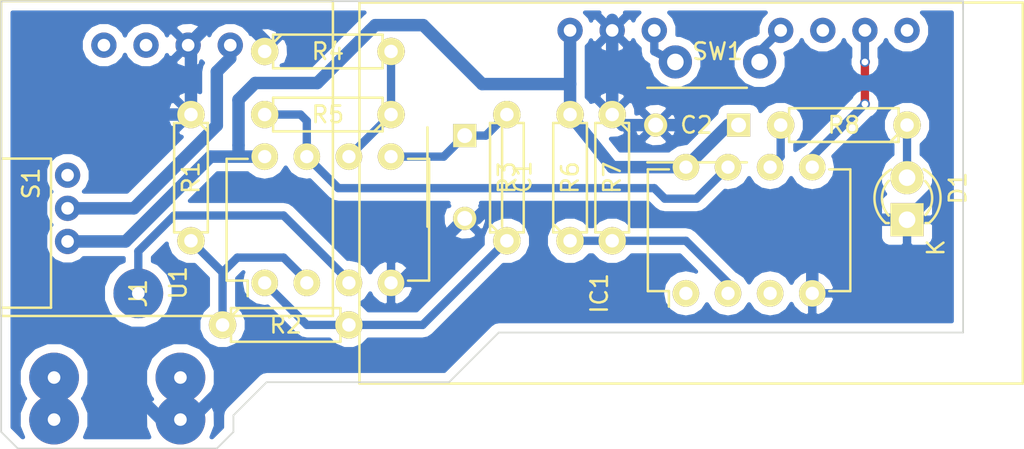
<source format=kicad_pcb>
(kicad_pcb (version 4) (host pcbnew 4.0.4-stable)

  (general
    (links 34)
    (no_connects 0)
    (area 114.784999 80.244999 176.935001 107.570001)
    (thickness 1.6)
    (drawings 12)
    (tracks 112)
    (zones 0)
    (modules 18)
    (nets 24)
  )

  (page A4)
  (layers
    (0 F.Cu signal)
    (31 B.Cu signal)
    (32 B.Adhes user)
    (33 F.Adhes user)
    (34 B.Paste user)
    (35 F.Paste user)
    (36 B.SilkS user)
    (37 F.SilkS user)
    (38 B.Mask user)
    (39 F.Mask user)
    (40 Dwgs.User user)
    (41 Cmts.User user)
    (42 Eco1.User user)
    (43 Eco2.User user)
    (44 Edge.Cuts user)
    (45 Margin user)
    (46 B.CrtYd user)
    (47 F.CrtYd user)
    (48 B.Fab user)
    (49 F.Fab user)
  )

  (setup
    (last_trace_width 0.5)
    (trace_clearance 0.2)
    (zone_clearance 0.508)
    (zone_45_only no)
    (trace_min 0.2)
    (segment_width 0.2)
    (edge_width 0.1)
    (via_size 0.6)
    (via_drill 0.4)
    (via_min_size 0.4)
    (via_min_drill 0.3)
    (uvia_size 0.3)
    (uvia_drill 0.1)
    (uvias_allowed no)
    (uvia_min_size 0.2)
    (uvia_min_drill 0.1)
    (pcb_text_width 0.3)
    (pcb_text_size 1.5 1.5)
    (mod_edge_width 0.15)
    (mod_text_size 1 1)
    (mod_text_width 0.15)
    (pad_size 1.5 1.5)
    (pad_drill 0.6)
    (pad_to_mask_clearance 0)
    (aux_axis_origin 115 107.5)
    (grid_origin 137 124)
    (visible_elements FFFFFF7F)
    (pcbplotparams
      (layerselection 0x00000_00000000)
      (usegerberextensions false)
      (excludeedgelayer true)
      (linewidth 0.100000)
      (plotframeref false)
      (viasonmask false)
      (mode 1)
      (useauxorigin true)
      (hpglpennumber 1)
      (hpglpenspeed 20)
      (hpglpendiameter 15)
      (hpglpenoverlay 2)
      (psnegative false)
      (psa4output false)
      (plotreference true)
      (plotvalue true)
      (plotinvisibletext false)
      (padsonsilk false)
      (subtractmaskfromsilk false)
      (outputformat 3)
      (mirror false)
      (drillshape 0)
      (scaleselection 1)
      (outputdirectory output/))
  )

  (net 0 "")
  (net 1 "Net-(C1-Pad1)")
  (net 2 GND)
  (net 3 "Net-(D1-Pad2)")
  (net 4 "Net-(IC1-Pad1)")
  (net 5 /BAT_LEVEL)
  (net 6 "Net-(IC1-Pad3)")
  (net 7 /KB_RX)
  (net 8 /LED)
  (net 9 "Net-(IC1-Pad7)")
  (net 10 VCC)
  (net 11 "Net-(J1-Pad2)")
  (net 12 "Net-(J1-Pad3)")
  (net 13 "Net-(J1-Pad4)")
  (net 14 "Net-(R1-Pad2)")
  (net 15 "Net-(R2-Pad2)")
  (net 16 "Net-(R4-Pad2)")
  (net 17 "Net-(S1-Pad2)")
  (net 18 "Net-(SW1-Pad2)")
  (net 19 "Net-(SW1-Pad1)")
  (net 20 "Net-(U2-Pad1)")
  (net 21 "Net-(U2-Pad2)")
  (net 22 "Net-(U3-Pad1)")
  (net 23 "Net-(U3-Pad3)")

  (net_class Default "This is the default net class."
    (clearance 0.2)
    (trace_width 0.5)
    (via_dia 0.6)
    (via_drill 0.4)
    (uvia_dia 0.3)
    (uvia_drill 0.1)
    (add_net /BAT_LEVEL)
    (add_net /KB_RX)
    (add_net /LED)
    (add_net "Net-(C1-Pad1)")
    (add_net "Net-(D1-Pad2)")
    (add_net "Net-(IC1-Pad1)")
    (add_net "Net-(IC1-Pad3)")
    (add_net "Net-(IC1-Pad7)")
    (add_net "Net-(J1-Pad2)")
    (add_net "Net-(J1-Pad3)")
    (add_net "Net-(J1-Pad4)")
    (add_net "Net-(R1-Pad2)")
    (add_net "Net-(R2-Pad2)")
    (add_net "Net-(R4-Pad2)")
    (add_net "Net-(SW1-Pad1)")
    (add_net "Net-(SW1-Pad2)")
    (add_net "Net-(U2-Pad1)")
    (add_net "Net-(U2-Pad2)")
    (add_net "Net-(U3-Pad1)")
    (add_net "Net-(U3-Pad3)")
  )

  (net_class Power ""
    (clearance 0.2)
    (trace_width 0.75)
    (via_dia 0.6)
    (via_drill 0.4)
    (uvia_dia 0.3)
    (uvia_drill 0.1)
    (add_net GND)
    (add_net "Net-(S1-Pad2)")
    (add_net VCC)
  )

  (module myfoot:PW_SW (layer F.Cu) (tedit 58C16B93) (tstamp 58C15F1F)
    (at 118.06 94.02 90)
    (path /58B70F87)
    (fp_text reference S1 (at 2.5 -1.2 90) (layer F.SilkS)
      (effects (font (size 1 1) (thickness 0.15)))
    )
    (fp_text value PW_SW (at -1.3 -1.2 90) (layer F.Fab)
      (effects (font (size 1 1) (thickness 0.15)))
    )
    (fp_line (start 4 0) (end -5 0) (layer F.SilkS) (width 0.15))
    (fp_line (start -5 0) (end -5 -3) (layer F.SilkS) (width 0.15))
    (fp_line (start -5 -3) (end 4 -3) (layer F.SilkS) (width 0.15))
    (fp_line (start 4 -3) (end 4 0) (layer F.SilkS) (width 0.15))
    (pad 1 thru_hole circle (at -1 1 90) (size 1.524 1.524) (drill 0.762) (layers *.Cu *.Mask)
      (net 10 VCC))
    (pad 2 thru_hole circle (at 1 1 90) (size 1.524 1.524) (drill 0.762) (layers *.Cu *.Mask)
      (net 17 "Net-(S1-Pad2)"))
    (pad 3 thru_hole circle (at 3 1 90) (size 1.524 1.524) (drill 0.762) (layers *.Cu *.Mask))
  )

  (module myfoot:Audio_Klinke (layer F.Cu) (tedit 58C168B8) (tstamp 58C15EA4)
    (at 123.325 103.235 180)
    (path /58C12EF7)
    (fp_text reference J1 (at 0 5.08 270) (layer F.SilkS)
      (effects (font (size 1 1) (thickness 0.15)))
    )
    (fp_text value JACK_TRS_4PINS (at 1.765 2.215 360) (layer F.Fab)
      (effects (font (size 1 1) (thickness 0.15)))
    )
    (pad 1 thru_hole circle (at -2.54 -2.54 180) (size 3 3) (drill 0.762) (layers *.Cu *.Mask)
      (net 2 GND))
    (pad 3 thru_hole circle (at 5.08 -2.54 180) (size 3 3) (drill 0.762) (layers *.Cu *.Mask)
      (net 12 "Net-(J1-Pad3)"))
    (pad 4 thru_hole circle (at -2.54 0 180) (size 3 3) (drill 0.762) (layers *.Cu *.Mask)
      (net 13 "Net-(J1-Pad4)"))
    (pad "" thru_hole circle (at 5.08 0 180) (size 3 3) (drill 0.762) (layers *.Cu *.Mask))
    (pad 2 thru_hole circle (at 0 5.08 180) (size 3 3) (drill 0.762) (layers *.Cu *.Mask)
      (net 11 "Net-(J1-Pad2)"))
  )

  (module myfoot:Bluefruit_EZ-KEY_HID (layer F.Cu) (tedit 58C163B1) (tstamp 58C15F57)
    (at 136.66 102.6)
    (path /58B6F84B)
    (fp_text reference U3 (at 20.32 -10.16 180) (layer F.SilkS) hide
      (effects (font (size 1 1) (thickness 0.15)))
    )
    (fp_text value BT_Tastatur (at 34.925 -0.635) (layer F.Fab)
      (effects (font (size 1 1) (thickness 0.15)))
    )
    (fp_line (start 0 1) (end 40 1) (layer F.SilkS) (width 0.15))
    (fp_line (start 40 1) (end 40 -22) (layer F.SilkS) (width 0.15))
    (fp_line (start 40 -22) (end 0 -22) (layer F.SilkS) (width 0.15))
    (fp_line (start 0 -22) (end 0 1) (layer F.SilkS) (width 0.15))
    (pad 1 thru_hole circle (at 33.02 -20.32) (size 1.524 1.524) (drill 0.762) (layers *.Cu *.Mask)
      (net 22 "Net-(U3-Pad1)"))
    (pad 2 thru_hole circle (at 30.48 -20.32) (size 1.524 1.524) (drill 0.762) (layers *.Cu *.Mask)
      (net 7 /KB_RX))
    (pad 3 thru_hole circle (at 27.94 -20.32) (size 1.524 1.524) (drill 0.762) (layers *.Cu *.Mask)
      (net 23 "Net-(U3-Pad3)"))
    (pad 4 thru_hole circle (at 25.4 -20.32) (size 1.524 1.524) (drill 0.762) (layers *.Cu *.Mask)
      (net 18 "Net-(SW1-Pad2)"))
    (pad 7 thru_hole circle (at 17.78 -20.32) (size 1.524 1.524) (drill 0.762) (layers *.Cu *.Mask)
      (net 19 "Net-(SW1-Pad1)"))
    (pad 8 thru_hole circle (at 15.24 -20.32) (size 1.524 1.524) (drill 0.762) (layers *.Cu *.Mask)
      (net 2 GND))
    (pad 9 thru_hole circle (at 12.7 -20.32) (size 1.524 1.524) (drill 0.762) (layers *.Cu *.Mask)
      (net 10 VCC))
  )

  (module Capacitors_ThroughHole:C_Disc_D6_P5 (layer F.Cu) (tedit 58C13BB1) (tstamp 58C15E73)
    (at 143.01 88.63 270)
    (descr "Capacitor 6mm Disc, Pitch 5mm")
    (tags Capacitor)
    (path /58B009F7)
    (fp_text reference C1 (at 2.5 -3.5 270) (layer F.SilkS)
      (effects (font (size 1 1) (thickness 0.15)))
    )
    (fp_text value 22nF (at 2.5 3.5 270) (layer F.Fab)
      (effects (font (size 1 1) (thickness 0.15)))
    )
    (fp_line (start -0.95 -2.5) (end 5.95 -2.5) (layer F.CrtYd) (width 0.05))
    (fp_line (start 5.95 -2.5) (end 5.95 2.5) (layer F.CrtYd) (width 0.05))
    (fp_line (start 5.95 2.5) (end -0.95 2.5) (layer F.CrtYd) (width 0.05))
    (fp_line (start -0.95 2.5) (end -0.95 -2.5) (layer F.CrtYd) (width 0.05))
    (fp_line (start -0.5 -2.25) (end 5.5 -2.25) (layer F.SilkS) (width 0.15))
    (fp_line (start 5.5 2.25) (end -0.5 2.25) (layer F.SilkS) (width 0.15))
    (pad 1 thru_hole rect (at 0 0 270) (size 1.4 1.4) (drill 0.9) (layers *.Cu *.Mask F.SilkS)
      (net 1 "Net-(C1-Pad1)"))
    (pad 2 thru_hole circle (at 5 0 270) (size 1.4 1.4) (drill 0.9) (layers *.Cu *.Mask F.SilkS)
      (net 2 GND))
    (model Capacitors_ThroughHole.3dshapes/C_Disc_D6_P5.wrl
      (at (xyz 0.0984252 0 0))
      (scale (xyz 1 1 1))
      (rotate (xyz 0 0 0))
    )
  )

  (module LEDs:LED-3MM (layer F.Cu) (tedit 58C13817) (tstamp 58C15E84)
    (at 169.68 93.71 90)
    (descr "LED 3mm round vertical")
    (tags "LED  3mm round vertical")
    (path /58BF1FED)
    (fp_text reference D1 (at 1.91 3.06 90) (layer F.SilkS)
      (effects (font (size 1 1) (thickness 0.15)))
    )
    (fp_text value LED (at -0.635 3.175 270) (layer F.Fab)
      (effects (font (size 1 1) (thickness 0.15)))
    )
    (fp_line (start -1.2 2.3) (end 3.8 2.3) (layer F.CrtYd) (width 0.05))
    (fp_line (start 3.8 2.3) (end 3.8 -2.2) (layer F.CrtYd) (width 0.05))
    (fp_line (start 3.8 -2.2) (end -1.2 -2.2) (layer F.CrtYd) (width 0.05))
    (fp_line (start -1.2 -2.2) (end -1.2 2.3) (layer F.CrtYd) (width 0.05))
    (fp_line (start -0.199 1.314) (end -0.199 1.114) (layer F.SilkS) (width 0.15))
    (fp_line (start -0.199 -1.28) (end -0.199 -1.1) (layer F.SilkS) (width 0.15))
    (fp_arc (start 1.301 0.034) (end -0.199 -1.286) (angle 108.5) (layer F.SilkS) (width 0.15))
    (fp_arc (start 1.301 0.034) (end 0.25 -1.1) (angle 85.7) (layer F.SilkS) (width 0.15))
    (fp_arc (start 1.311 0.034) (end 3.051 0.994) (angle 110) (layer F.SilkS) (width 0.15))
    (fp_arc (start 1.301 0.034) (end 2.335 1.094) (angle 87.5) (layer F.SilkS) (width 0.15))
    (fp_text user K (at -1.69 1.74 90) (layer F.SilkS)
      (effects (font (size 1 1) (thickness 0.15)))
    )
    (pad 1 thru_hole rect (at 0 0 180) (size 2 2) (drill 1.00076) (layers *.Cu *.Mask F.SilkS)
      (net 2 GND))
    (pad 2 thru_hole circle (at 2.54 0 90) (size 2 2) (drill 1.00076) (layers *.Cu *.Mask F.SilkS)
      (net 3 "Net-(D1-Pad2)"))
    (model LEDs.3dshapes/LED-3MM.wrl
      (at (xyz 0.05 0 0))
      (scale (xyz 1 1 1))
      (rotate (xyz 0 0 90))
    )
  )

  (module Housings_DIP:DIP-8_W7.62mm (layer F.Cu) (tedit 58C13EB4) (tstamp 58C15E9B)
    (at 156.345 98.155 90)
    (descr "8-lead dip package, row spacing 7.62 mm (300 mils)")
    (tags "dil dip 2.54 300")
    (path /58BF103D)
    (fp_text reference IC1 (at 0 -5.22 90) (layer F.SilkS)
      (effects (font (size 1 1) (thickness 0.15)))
    )
    (fp_text value ATTINY45-P (at 3.81 3.81 180) (layer F.Fab)
      (effects (font (size 1 1) (thickness 0.15)))
    )
    (fp_line (start -1.05 -2.45) (end -1.05 10.1) (layer F.CrtYd) (width 0.05))
    (fp_line (start 8.65 -2.45) (end 8.65 10.1) (layer F.CrtYd) (width 0.05))
    (fp_line (start -1.05 -2.45) (end 8.65 -2.45) (layer F.CrtYd) (width 0.05))
    (fp_line (start -1.05 10.1) (end 8.65 10.1) (layer F.CrtYd) (width 0.05))
    (fp_line (start 0.135 -2.295) (end 0.135 -1.025) (layer F.SilkS) (width 0.15))
    (fp_line (start 7.485 -2.295) (end 7.485 -1.025) (layer F.SilkS) (width 0.15))
    (fp_line (start 7.485 9.915) (end 7.485 8.645) (layer F.SilkS) (width 0.15))
    (fp_line (start 0.135 9.915) (end 0.135 8.645) (layer F.SilkS) (width 0.15))
    (fp_line (start 0.135 -2.295) (end 7.485 -2.295) (layer F.SilkS) (width 0.15))
    (fp_line (start 0.135 9.915) (end 7.485 9.915) (layer F.SilkS) (width 0.15))
    (fp_line (start 0.135 -1.025) (end -0.8 -1.025) (layer F.SilkS) (width 0.15))
    (pad 1 thru_hole oval (at 0 0 90) (size 1.6 1.6) (drill 0.8) (layers *.Cu *.Mask F.SilkS)
      (net 4 "Net-(IC1-Pad1)"))
    (pad 2 thru_hole oval (at 0 2.54 90) (size 1.6 1.6) (drill 0.8) (layers *.Cu *.Mask F.SilkS)
      (net 5 /BAT_LEVEL))
    (pad 3 thru_hole oval (at 0 5.08 90) (size 1.6 1.6) (drill 0.8) (layers *.Cu *.Mask F.SilkS)
      (net 6 "Net-(IC1-Pad3)"))
    (pad 4 thru_hole oval (at 0 7.62 90) (size 1.6 1.6) (drill 0.8) (layers *.Cu *.Mask F.SilkS)
      (net 2 GND))
    (pad 5 thru_hole oval (at 7.62 7.62 90) (size 1.6 1.6) (drill 0.8) (layers *.Cu *.Mask F.SilkS)
      (net 7 /KB_RX))
    (pad 6 thru_hole oval (at 7.62 5.08 90) (size 1.6 1.6) (drill 0.8) (layers *.Cu *.Mask F.SilkS)
      (net 8 /LED))
    (pad 7 thru_hole oval (at 7.62 2.54 90) (size 1.6 1.6) (drill 0.8) (layers *.Cu *.Mask F.SilkS)
      (net 9 "Net-(IC1-Pad7)"))
    (pad 8 thru_hole oval (at 7.62 0 90) (size 1.6 1.6) (drill 0.8) (layers *.Cu *.Mask F.SilkS)
      (net 10 VCC))
    (model Housings_DIP.3dshapes/DIP-8_W7.62mm.wrl
      (at (xyz 0 0 0))
      (scale (xyz 1 1 1))
      (rotate (xyz 0 0 0))
    )
  )

  (module Housings_DIP:DIP-8_W7.62mm (layer F.Cu) (tedit 58C13EAE) (tstamp 58C15F3E)
    (at 130.945 97.52 90)
    (descr "8-lead dip package, row spacing 7.62 mm (300 mils)")
    (tags "dil dip 2.54 300")
    (path /58B008F2)
    (fp_text reference U1 (at 0 -5.22 90) (layer F.SilkS)
      (effects (font (size 1 1) (thickness 0.15)))
    )
    (fp_text value LM358N (at 3.81 3.81 180) (layer F.Fab)
      (effects (font (size 1 1) (thickness 0.15)))
    )
    (fp_line (start -1.05 -2.45) (end -1.05 10.1) (layer F.CrtYd) (width 0.05))
    (fp_line (start 8.65 -2.45) (end 8.65 10.1) (layer F.CrtYd) (width 0.05))
    (fp_line (start -1.05 -2.45) (end 8.65 -2.45) (layer F.CrtYd) (width 0.05))
    (fp_line (start -1.05 10.1) (end 8.65 10.1) (layer F.CrtYd) (width 0.05))
    (fp_line (start 0.135 -2.295) (end 0.135 -1.025) (layer F.SilkS) (width 0.15))
    (fp_line (start 7.485 -2.295) (end 7.485 -1.025) (layer F.SilkS) (width 0.15))
    (fp_line (start 7.485 9.915) (end 7.485 8.645) (layer F.SilkS) (width 0.15))
    (fp_line (start 0.135 9.915) (end 0.135 8.645) (layer F.SilkS) (width 0.15))
    (fp_line (start 0.135 -2.295) (end 7.485 -2.295) (layer F.SilkS) (width 0.15))
    (fp_line (start 0.135 9.915) (end 7.485 9.915) (layer F.SilkS) (width 0.15))
    (fp_line (start 0.135 -1.025) (end -0.8 -1.025) (layer F.SilkS) (width 0.15))
    (pad 1 thru_hole oval (at 0 0 90) (size 1.6 1.6) (drill 0.8) (layers *.Cu *.Mask F.SilkS)
      (net 15 "Net-(R2-Pad2)"))
    (pad 2 thru_hole oval (at 0 2.54 90) (size 1.6 1.6) (drill 0.8) (layers *.Cu *.Mask F.SilkS)
      (net 14 "Net-(R1-Pad2)"))
    (pad 3 thru_hole oval (at 0 5.08 90) (size 1.6 1.6) (drill 0.8) (layers *.Cu *.Mask F.SilkS)
      (net 11 "Net-(J1-Pad2)"))
    (pad 4 thru_hole oval (at 0 7.62 90) (size 1.6 1.6) (drill 0.8) (layers *.Cu *.Mask F.SilkS)
      (net 2 GND))
    (pad 5 thru_hole oval (at 7.62 7.62 90) (size 1.6 1.6) (drill 0.8) (layers *.Cu *.Mask F.SilkS)
      (net 1 "Net-(C1-Pad1)"))
    (pad 6 thru_hole oval (at 7.62 5.08 90) (size 1.6 1.6) (drill 0.8) (layers *.Cu *.Mask F.SilkS)
      (net 16 "Net-(R4-Pad2)"))
    (pad 7 thru_hole oval (at 7.62 2.54 90) (size 1.6 1.6) (drill 0.8) (layers *.Cu *.Mask F.SilkS)
      (net 9 "Net-(IC1-Pad7)"))
    (pad 8 thru_hole oval (at 7.62 0 90) (size 1.6 1.6) (drill 0.8) (layers *.Cu *.Mask F.SilkS)
      (net 10 VCC))
    (model Housings_DIP.3dshapes/DIP-8_W7.62mm.wrl
      (at (xyz 0 0 0))
      (scale (xyz 1 1 1))
      (rotate (xyz 0 0 0))
    )
  )

  (module myfoot:LiPoCharger (layer F.Cu) (tedit 58C16B7A) (tstamp 58C15F48)
    (at 125.06 89.52)
    (path /58B6EA1A)
    (fp_text reference U2 (at 0 2.54) (layer F.SilkS) hide
      (effects (font (size 1 1) (thickness 0.15)))
    )
    (fp_text value LipoCharger (at -8.8 -4.2 90) (layer F.Fab)
      (effects (font (size 1 1) (thickness 0.15)))
    )
    (fp_line (start -10 10) (end 10 10) (layer F.SilkS) (width 0.15))
    (fp_line (start 10 10) (end 10 -9) (layer F.SilkS) (width 0.15))
    (fp_line (start 10 -9) (end -10 -9) (layer F.SilkS) (width 0.15))
    (fp_line (start -10 -9) (end -10 10) (layer F.SilkS) (width 0.15))
    (pad 1 thru_hole circle (at -3.81 -6.35) (size 1.524 1.524) (drill 0.762) (layers *.Cu *.Mask)
      (net 20 "Net-(U2-Pad1)"))
    (pad 2 thru_hole circle (at -1.27 -6.35) (size 1.524 1.524) (drill 0.762) (layers *.Cu *.Mask)
      (net 21 "Net-(U2-Pad2)"))
    (pad 3 thru_hole circle (at 1.27 -6.35) (size 1.524 1.524) (drill 0.762) (layers *.Cu *.Mask)
      (net 2 GND))
    (pad 4 thru_hole circle (at 3.81 -6.35) (size 1.524 1.524) (drill 0.762) (layers *.Cu *.Mask)
      (net 17 "Net-(S1-Pad2)"))
  )

  (module Capacitors_ThroughHole:C_Disc_D6_P5 (layer F.Cu) (tedit 58C163BB) (tstamp 58C179EB)
    (at 159.52 87.995 180)
    (descr "Capacitor 6mm Disc, Pitch 5mm")
    (tags Capacitor)
    (path /58C138CC)
    (fp_text reference C2 (at 2.54 0 180) (layer F.SilkS)
      (effects (font (size 1 1) (thickness 0.15)))
    )
    (fp_text value 100nF (at 2.54 1.27 180) (layer F.Fab)
      (effects (font (size 1 1) (thickness 0.15)))
    )
    (fp_line (start -0.95 -2.5) (end 5.95 -2.5) (layer F.CrtYd) (width 0.05))
    (fp_line (start 5.95 -2.5) (end 5.95 2.5) (layer F.CrtYd) (width 0.05))
    (fp_line (start 5.95 2.5) (end -0.95 2.5) (layer F.CrtYd) (width 0.05))
    (fp_line (start -0.95 2.5) (end -0.95 -2.5) (layer F.CrtYd) (width 0.05))
    (fp_line (start -0.5 -2.25) (end 5.5 -2.25) (layer F.SilkS) (width 0.15))
    (fp_line (start 5.5 2.25) (end -0.5 2.25) (layer F.SilkS) (width 0.15))
    (pad 1 thru_hole rect (at 0 0 180) (size 1.4 1.4) (drill 0.9) (layers *.Cu *.Mask F.SilkS)
      (net 10 VCC))
    (pad 2 thru_hole circle (at 5 0 180) (size 1.4 1.4) (drill 0.9) (layers *.Cu *.Mask F.SilkS)
      (net 2 GND))
    (model Capacitors_ThroughHole.3dshapes/C_Disc_D6_P5.wrl
      (at (xyz 0.0984252 0 0))
      (scale (xyz 1 1 1))
      (rotate (xyz 0 0 0))
    )
  )

  (module myfoot:PUSH_SW (layer F.Cu) (tedit 58C163A6) (tstamp 58C15F27)
    (at 158.25 86.725)
    (path /58BF27CB)
    (fp_text reference SW1 (at 0 -3.175) (layer F.SilkS)
      (effects (font (size 1 1) (thickness 0.15)))
    )
    (fp_text value PAIRING (at 0 -4.445) (layer F.Fab)
      (effects (font (size 1 1) (thickness 0.15)))
    )
    (pad 2 thru_hole circle (at 2.54 -2.54) (size 2 2) (drill 1) (layers *.Cu *.Mask)
      (net 18 "Net-(SW1-Pad2)"))
    (pad 1 thru_hole circle (at -2.54 -2.54) (size 2 2) (drill 1) (layers *.Cu *.Mask)
      (net 19 "Net-(SW1-Pad1)"))
  )

  (module Discret:R3-LARGE_PADS (layer F.Cu) (tedit 0) (tstamp 58C15EC0)
    (at 132.215 100.06)
    (descr "Resitance 3 pas")
    (tags R)
    (path /58BD71DD)
    (fp_text reference R2 (at 0 0) (layer F.SilkS)
      (effects (font (size 1 1) (thickness 0.15)))
    )
    (fp_text value 10k (at 0 0) (layer F.Fab)
      (effects (font (size 1 1) (thickness 0.15)))
    )
    (fp_line (start -3.81 0) (end -3.302 0) (layer F.SilkS) (width 0.15))
    (fp_line (start 3.81 0) (end 3.302 0) (layer F.SilkS) (width 0.15))
    (fp_line (start 3.302 0) (end 3.302 -1.016) (layer F.SilkS) (width 0.15))
    (fp_line (start 3.302 -1.016) (end -3.302 -1.016) (layer F.SilkS) (width 0.15))
    (fp_line (start -3.302 -1.016) (end -3.302 1.016) (layer F.SilkS) (width 0.15))
    (fp_line (start -3.302 1.016) (end 3.302 1.016) (layer F.SilkS) (width 0.15))
    (fp_line (start 3.302 1.016) (end 3.302 0) (layer F.SilkS) (width 0.15))
    (fp_line (start -3.302 -0.508) (end -2.794 -1.016) (layer F.SilkS) (width 0.15))
    (pad 1 thru_hole circle (at -3.81 0) (size 1.651 1.651) (drill 0.8128) (layers *.Cu *.Mask F.SilkS)
      (net 14 "Net-(R1-Pad2)"))
    (pad 2 thru_hole circle (at 3.81 0) (size 1.651 1.651) (drill 0.8128) (layers *.Cu *.Mask F.SilkS)
      (net 15 "Net-(R2-Pad2)"))
    (model Discret.3dshapes/R3-LARGE_PADS.wrl
      (at (xyz 0 0 0))
      (scale (xyz 0.3 0.3 0.3))
      (rotate (xyz 0 0 0))
    )
  )

  (module Discret:R3-LARGE_PADS (layer F.Cu) (tedit 0) (tstamp 58C15EB2)
    (at 126.5 91.17 270)
    (descr "Resitance 3 pas")
    (tags R)
    (path /58BD7351)
    (fp_text reference R1 (at 0 0 270) (layer F.SilkS)
      (effects (font (size 1 1) (thickness 0.15)))
    )
    (fp_text value 10k (at 0 0 270) (layer F.Fab)
      (effects (font (size 1 1) (thickness 0.15)))
    )
    (fp_line (start -3.81 0) (end -3.302 0) (layer F.SilkS) (width 0.15))
    (fp_line (start 3.81 0) (end 3.302 0) (layer F.SilkS) (width 0.15))
    (fp_line (start 3.302 0) (end 3.302 -1.016) (layer F.SilkS) (width 0.15))
    (fp_line (start 3.302 -1.016) (end -3.302 -1.016) (layer F.SilkS) (width 0.15))
    (fp_line (start -3.302 -1.016) (end -3.302 1.016) (layer F.SilkS) (width 0.15))
    (fp_line (start -3.302 1.016) (end 3.302 1.016) (layer F.SilkS) (width 0.15))
    (fp_line (start 3.302 1.016) (end 3.302 0) (layer F.SilkS) (width 0.15))
    (fp_line (start -3.302 -0.508) (end -2.794 -1.016) (layer F.SilkS) (width 0.15))
    (pad 1 thru_hole circle (at -3.81 0 270) (size 1.651 1.651) (drill 0.8128) (layers *.Cu *.Mask F.SilkS)
      (net 2 GND))
    (pad 2 thru_hole circle (at 3.81 0 270) (size 1.651 1.651) (drill 0.8128) (layers *.Cu *.Mask F.SilkS)
      (net 14 "Net-(R1-Pad2)"))
    (model Discret.3dshapes/R3-LARGE_PADS.wrl
      (at (xyz 0 0 0))
      (scale (xyz 0.3 0.3 0.3))
      (rotate (xyz 0 0 0))
    )
  )

  (module Discret:R3-LARGE_PADS (layer F.Cu) (tedit 0) (tstamp 58C15EEA)
    (at 134.755 87.36 180)
    (descr "Resitance 3 pas")
    (tags R)
    (path /58B00C29)
    (fp_text reference R5 (at 0 0 180) (layer F.SilkS)
      (effects (font (size 1 1) (thickness 0.15)))
    )
    (fp_text value 10k (at 0 0 180) (layer F.Fab)
      (effects (font (size 1 1) (thickness 0.15)))
    )
    (fp_line (start -3.81 0) (end -3.302 0) (layer F.SilkS) (width 0.15))
    (fp_line (start 3.81 0) (end 3.302 0) (layer F.SilkS) (width 0.15))
    (fp_line (start 3.302 0) (end 3.302 -1.016) (layer F.SilkS) (width 0.15))
    (fp_line (start 3.302 -1.016) (end -3.302 -1.016) (layer F.SilkS) (width 0.15))
    (fp_line (start -3.302 -1.016) (end -3.302 1.016) (layer F.SilkS) (width 0.15))
    (fp_line (start -3.302 1.016) (end 3.302 1.016) (layer F.SilkS) (width 0.15))
    (fp_line (start 3.302 1.016) (end 3.302 0) (layer F.SilkS) (width 0.15))
    (fp_line (start -3.302 -0.508) (end -2.794 -1.016) (layer F.SilkS) (width 0.15))
    (pad 1 thru_hole circle (at -3.81 0 180) (size 1.651 1.651) (drill 0.8128) (layers *.Cu *.Mask F.SilkS)
      (net 16 "Net-(R4-Pad2)"))
    (pad 2 thru_hole circle (at 3.81 0 180) (size 1.651 1.651) (drill 0.8128) (layers *.Cu *.Mask F.SilkS)
      (net 9 "Net-(IC1-Pad7)"))
    (model Discret.3dshapes/R3-LARGE_PADS.wrl
      (at (xyz 0 0 0))
      (scale (xyz 0.3 0.3 0.3))
      (rotate (xyz 0 0 0))
    )
  )

  (module Discret:R3-LARGE_PADS (layer F.Cu) (tedit 0) (tstamp 58C15EDC)
    (at 134.755 83.55)
    (descr "Resitance 3 pas")
    (tags R)
    (path /58B00B8E)
    (fp_text reference R4 (at 0 0) (layer F.SilkS)
      (effects (font (size 1 1) (thickness 0.15)))
    )
    (fp_text value 1k (at 0 0) (layer F.Fab)
      (effects (font (size 1 1) (thickness 0.15)))
    )
    (fp_line (start -3.81 0) (end -3.302 0) (layer F.SilkS) (width 0.15))
    (fp_line (start 3.81 0) (end 3.302 0) (layer F.SilkS) (width 0.15))
    (fp_line (start 3.302 0) (end 3.302 -1.016) (layer F.SilkS) (width 0.15))
    (fp_line (start 3.302 -1.016) (end -3.302 -1.016) (layer F.SilkS) (width 0.15))
    (fp_line (start -3.302 -1.016) (end -3.302 1.016) (layer F.SilkS) (width 0.15))
    (fp_line (start -3.302 1.016) (end 3.302 1.016) (layer F.SilkS) (width 0.15))
    (fp_line (start 3.302 1.016) (end 3.302 0) (layer F.SilkS) (width 0.15))
    (fp_line (start -3.302 -0.508) (end -2.794 -1.016) (layer F.SilkS) (width 0.15))
    (pad 1 thru_hole circle (at -3.81 0) (size 1.651 1.651) (drill 0.8128) (layers *.Cu *.Mask F.SilkS)
      (net 2 GND))
    (pad 2 thru_hole circle (at 3.81 0) (size 1.651 1.651) (drill 0.8128) (layers *.Cu *.Mask F.SilkS)
      (net 16 "Net-(R4-Pad2)"))
    (model Discret.3dshapes/R3-LARGE_PADS.wrl
      (at (xyz 0 0 0))
      (scale (xyz 0.3 0.3 0.3))
      (rotate (xyz 0 0 0))
    )
  )

  (module Discret:R3-LARGE_PADS (layer F.Cu) (tedit 0) (tstamp 58C15ECE)
    (at 145.55 91.17 90)
    (descr "Resitance 3 pas")
    (tags R)
    (path /58B0097A)
    (fp_text reference R3 (at 0 0 90) (layer F.SilkS)
      (effects (font (size 1 1) (thickness 0.15)))
    )
    (fp_text value 4,7k (at 0 0 90) (layer F.Fab)
      (effects (font (size 1 1) (thickness 0.15)))
    )
    (fp_line (start -3.81 0) (end -3.302 0) (layer F.SilkS) (width 0.15))
    (fp_line (start 3.81 0) (end 3.302 0) (layer F.SilkS) (width 0.15))
    (fp_line (start 3.302 0) (end 3.302 -1.016) (layer F.SilkS) (width 0.15))
    (fp_line (start 3.302 -1.016) (end -3.302 -1.016) (layer F.SilkS) (width 0.15))
    (fp_line (start -3.302 -1.016) (end -3.302 1.016) (layer F.SilkS) (width 0.15))
    (fp_line (start -3.302 1.016) (end 3.302 1.016) (layer F.SilkS) (width 0.15))
    (fp_line (start 3.302 1.016) (end 3.302 0) (layer F.SilkS) (width 0.15))
    (fp_line (start -3.302 -0.508) (end -2.794 -1.016) (layer F.SilkS) (width 0.15))
    (pad 1 thru_hole circle (at -3.81 0 90) (size 1.651 1.651) (drill 0.8128) (layers *.Cu *.Mask F.SilkS)
      (net 15 "Net-(R2-Pad2)"))
    (pad 2 thru_hole circle (at 3.81 0 90) (size 1.651 1.651) (drill 0.8128) (layers *.Cu *.Mask F.SilkS)
      (net 1 "Net-(C1-Pad1)"))
    (model Discret.3dshapes/R3-LARGE_PADS.wrl
      (at (xyz 0 0 0))
      (scale (xyz 0.3 0.3 0.3))
      (rotate (xyz 0 0 0))
    )
  )

  (module Discret:R3-LARGE_PADS (layer F.Cu) (tedit 0) (tstamp 58C15F06)
    (at 151.9 91.17 270)
    (descr "Resitance 3 pas")
    (tags R)
    (path /58BF1501)
    (fp_text reference R7 (at 0 0 270) (layer F.SilkS)
      (effects (font (size 1 1) (thickness 0.15)))
    )
    (fp_text value 10k (at 0 0 270) (layer F.Fab)
      (effects (font (size 1 1) (thickness 0.15)))
    )
    (fp_line (start -3.81 0) (end -3.302 0) (layer F.SilkS) (width 0.15))
    (fp_line (start 3.81 0) (end 3.302 0) (layer F.SilkS) (width 0.15))
    (fp_line (start 3.302 0) (end 3.302 -1.016) (layer F.SilkS) (width 0.15))
    (fp_line (start 3.302 -1.016) (end -3.302 -1.016) (layer F.SilkS) (width 0.15))
    (fp_line (start -3.302 -1.016) (end -3.302 1.016) (layer F.SilkS) (width 0.15))
    (fp_line (start -3.302 1.016) (end 3.302 1.016) (layer F.SilkS) (width 0.15))
    (fp_line (start 3.302 1.016) (end 3.302 0) (layer F.SilkS) (width 0.15))
    (fp_line (start -3.302 -0.508) (end -2.794 -1.016) (layer F.SilkS) (width 0.15))
    (pad 1 thru_hole circle (at -3.81 0 270) (size 1.651 1.651) (drill 0.8128) (layers *.Cu *.Mask F.SilkS)
      (net 2 GND))
    (pad 2 thru_hole circle (at 3.81 0 270) (size 1.651 1.651) (drill 0.8128) (layers *.Cu *.Mask F.SilkS)
      (net 5 /BAT_LEVEL))
    (model Discret.3dshapes/R3-LARGE_PADS.wrl
      (at (xyz 0 0 0))
      (scale (xyz 0.3 0.3 0.3))
      (rotate (xyz 0 0 0))
    )
  )

  (module Discret:R3-LARGE_PADS (layer F.Cu) (tedit 0) (tstamp 58C15EF8)
    (at 149.36 91.17 90)
    (descr "Resitance 3 pas")
    (tags R)
    (path /58BF1441)
    (fp_text reference R6 (at 0 0 90) (layer F.SilkS)
      (effects (font (size 1 1) (thickness 0.15)))
    )
    (fp_text value 33k (at 0 0 90) (layer F.Fab)
      (effects (font (size 1 1) (thickness 0.15)))
    )
    (fp_line (start -3.81 0) (end -3.302 0) (layer F.SilkS) (width 0.15))
    (fp_line (start 3.81 0) (end 3.302 0) (layer F.SilkS) (width 0.15))
    (fp_line (start 3.302 0) (end 3.302 -1.016) (layer F.SilkS) (width 0.15))
    (fp_line (start 3.302 -1.016) (end -3.302 -1.016) (layer F.SilkS) (width 0.15))
    (fp_line (start -3.302 -1.016) (end -3.302 1.016) (layer F.SilkS) (width 0.15))
    (fp_line (start -3.302 1.016) (end 3.302 1.016) (layer F.SilkS) (width 0.15))
    (fp_line (start 3.302 1.016) (end 3.302 0) (layer F.SilkS) (width 0.15))
    (fp_line (start -3.302 -0.508) (end -2.794 -1.016) (layer F.SilkS) (width 0.15))
    (pad 1 thru_hole circle (at -3.81 0 90) (size 1.651 1.651) (drill 0.8128) (layers *.Cu *.Mask F.SilkS)
      (net 5 /BAT_LEVEL))
    (pad 2 thru_hole circle (at 3.81 0 90) (size 1.651 1.651) (drill 0.8128) (layers *.Cu *.Mask F.SilkS)
      (net 10 VCC))
    (model Discret.3dshapes/R3-LARGE_PADS.wrl
      (at (xyz 0 0 0))
      (scale (xyz 0.3 0.3 0.3))
      (rotate (xyz 0 0 0))
    )
  )

  (module Discret:R3-LARGE_PADS (layer F.Cu) (tedit 0) (tstamp 58C15F14)
    (at 165.87 87.995 180)
    (descr "Resitance 3 pas")
    (tags R)
    (path /58BF2077)
    (fp_text reference R8 (at 0 0 180) (layer F.SilkS)
      (effects (font (size 1 1) (thickness 0.15)))
    )
    (fp_text value 100 (at 0 0 180) (layer F.Fab)
      (effects (font (size 1 1) (thickness 0.15)))
    )
    (fp_line (start -3.81 0) (end -3.302 0) (layer F.SilkS) (width 0.15))
    (fp_line (start 3.81 0) (end 3.302 0) (layer F.SilkS) (width 0.15))
    (fp_line (start 3.302 0) (end 3.302 -1.016) (layer F.SilkS) (width 0.15))
    (fp_line (start 3.302 -1.016) (end -3.302 -1.016) (layer F.SilkS) (width 0.15))
    (fp_line (start -3.302 -1.016) (end -3.302 1.016) (layer F.SilkS) (width 0.15))
    (fp_line (start -3.302 1.016) (end 3.302 1.016) (layer F.SilkS) (width 0.15))
    (fp_line (start 3.302 1.016) (end 3.302 0) (layer F.SilkS) (width 0.15))
    (fp_line (start -3.302 -0.508) (end -2.794 -1.016) (layer F.SilkS) (width 0.15))
    (pad 1 thru_hole circle (at -3.81 0 180) (size 1.651 1.651) (drill 0.8128) (layers *.Cu *.Mask F.SilkS)
      (net 3 "Net-(D1-Pad2)"))
    (pad 2 thru_hole circle (at 3.81 0 180) (size 1.651 1.651) (drill 0.8128) (layers *.Cu *.Mask F.SilkS)
      (net 8 /LED))
    (model Discret.3dshapes/R3-LARGE_PADS.wrl
      (at (xyz 0 0 0))
      (scale (xyz 0.3 0.3 0.3))
      (rotate (xyz 0 0 0))
    )
  )

  (gr_line (start 128.06 107.52) (end 116.06 107.52) (angle 90) (layer Edge.Cuts) (width 0.1))
  (gr_line (start 129.06 106.52) (end 129.06 105.52) (angle 90) (layer Edge.Cuts) (width 0.1))
  (gr_line (start 128.06 107.52) (end 129.06 106.52) (angle 90) (layer Edge.Cuts) (width 0.1))
  (gr_line (start 173.06 80.52) (end 173.06 81.02) (angle 90) (layer Edge.Cuts) (width 0.1))
  (gr_line (start 115.06 80.52) (end 173.06 80.52) (angle 90) (layer Edge.Cuts) (width 0.1))
  (gr_line (start 115.06 106.52) (end 115.06 80.52) (angle 90) (layer Edge.Cuts) (width 0.1))
  (gr_line (start 116.06 107.52) (end 115.06 106.52) (angle 90) (layer Edge.Cuts) (width 0.1))
  (gr_line (start 131.06 103.52) (end 129.06 105.52) (angle 90) (layer Edge.Cuts) (width 0.1))
  (gr_line (start 142.06 103.52) (end 131.06 103.52) (angle 90) (layer Edge.Cuts) (width 0.1))
  (gr_line (start 145.06 100.52) (end 142.06 103.52) (angle 90) (layer Edge.Cuts) (width 0.1))
  (gr_line (start 173.06 100.52) (end 145.06 100.52) (angle 90) (layer Edge.Cuts) (width 0.1))
  (gr_line (start 173.06 80.52) (end 173.06 100.52) (angle 90) (layer Edge.Cuts) (width 0.1))

  (segment (start 143.01 88.63) (end 144.28 88.63) (width 0.5) (layer B.Cu) (net 1))
  (segment (start 144.28 88.63) (end 145.55 87.36) (width 0.5) (layer B.Cu) (net 1) (tstamp 58C46E78))
  (segment (start 143.01 88.63) (end 141.74 89.9) (width 0.5) (layer B.Cu) (net 1))
  (segment (start 141.74 89.9) (end 138.565 89.9) (width 0.5) (layer B.Cu) (net 1) (tstamp 58C46DEC))
  (segment (start 126.5 87.36) (end 120.42 87.36) (width 0.75) (layer B.Cu) (net 2))
  (segment (start 117.46 98.52) (end 124.715 105.775) (width 0.75) (layer B.Cu) (net 2) (tstamp 58C47211) (status 20))
  (segment (start 117.46 90.32) (end 117.46 98.52) (width 0.75) (layer B.Cu) (net 2) (tstamp 58C47210))
  (segment (start 120.42 87.36) (end 117.46 90.32) (width 0.75) (layer B.Cu) (net 2) (tstamp 58C4720E))
  (segment (start 124.715 105.775) (end 125.865 105.775) (width 0.75) (layer B.Cu) (net 2) (tstamp 58C47213) (status 30))
  (segment (start 130.945 83.55) (end 130.945 82.905) (width 0.75) (layer B.Cu) (net 2))
  (segment (start 130.945 82.905) (end 129.56 81.52) (width 0.75) (layer B.Cu) (net 2) (tstamp 58C4716A))
  (segment (start 129.56 81.52) (end 127.98 81.52) (width 0.75) (layer B.Cu) (net 2) (tstamp 58C4716B))
  (segment (start 127.98 81.52) (end 126.5 83) (width 0.75) (layer B.Cu) (net 2) (tstamp 58C4716C))
  (segment (start 126.5 83) (end 126.5 87.36) (width 0.75) (layer B.Cu) (net 2) (tstamp 58C4716D))
  (segment (start 154.52 87.995) (end 156.345 87.995) (width 0.75) (layer B.Cu) (net 2))
  (segment (start 171.585 91.805) (end 169.68 93.71) (width 0.75) (layer B.Cu) (net 2) (tstamp 58C46FC2))
  (segment (start 171.585 87.36) (end 171.585 91.805) (width 0.75) (layer B.Cu) (net 2) (tstamp 58C46FC1))
  (segment (start 169.68 85.455) (end 171.585 87.36) (width 0.75) (layer B.Cu) (net 2) (tstamp 58C46FC0))
  (segment (start 165.87 85.455) (end 169.68 85.455) (width 0.75) (layer B.Cu) (net 2) (tstamp 58C46FBF))
  (segment (start 165.235 86.09) (end 165.87 85.455) (width 0.75) (layer B.Cu) (net 2) (tstamp 58C46FBE))
  (segment (start 158.25 86.09) (end 165.235 86.09) (width 0.75) (layer B.Cu) (net 2) (tstamp 58C46FBD))
  (segment (start 156.345 87.995) (end 158.25 86.09) (width 0.75) (layer B.Cu) (net 2) (tstamp 58C46FBC))
  (segment (start 163.965 93.71) (end 169.68 93.71) (width 0.75) (layer B.Cu) (net 2))
  (segment (start 129.675 102.6) (end 130.31 101.965) (width 0.75) (layer B.Cu) (net 2))
  (segment (start 130.31 101.965) (end 141.105 101.965) (width 0.75) (layer B.Cu) (net 2) (tstamp 58C46F79))
  (segment (start 125.865 105.775) (end 126.5 105.775) (width 0.75) (layer B.Cu) (net 2) (status 30))
  (segment (start 126.5 105.775) (end 129.675 102.6) (width 0.75) (layer B.Cu) (net 2) (tstamp 58C46F50) (status 10))
  (segment (start 147.455 95.615) (end 147.455 93.075) (width 0.75) (layer B.Cu) (net 2) (tstamp 58C46F55))
  (segment (start 141.105 101.965) (end 147.455 95.615) (width 0.75) (layer B.Cu) (net 2) (tstamp 58C46F7C))
  (segment (start 151.9 82.28) (end 151.9 81.645) (width 0.75) (layer B.Cu) (net 2) (status 30))
  (segment (start 163.965 98.155) (end 163.965 93.71) (width 0.75) (layer B.Cu) (net 2))
  (segment (start 163.965 93.71) (end 154.44 93.71) (width 0.75) (layer B.Cu) (net 2) (tstamp 58C46ECF))
  (segment (start 143.01 93.63) (end 143.725 93.63) (width 0.75) (layer B.Cu) (net 2))
  (segment (start 143.725 93.63) (end 144.28 93.075) (width 0.75) (layer B.Cu) (net 2) (tstamp 58C46E83))
  (segment (start 144.28 93.075) (end 147.455 93.075) (width 0.75) (layer B.Cu) (net 2) (tstamp 58C46E84))
  (segment (start 147.455 93.075) (end 153.805 93.075) (width 0.75) (layer B.Cu) (net 2) (tstamp 58C46F58))
  (segment (start 153.805 93.075) (end 154.44 93.71) (width 0.75) (layer B.Cu) (net 2) (tstamp 58C46E85))
  (segment (start 151.9 82.28) (end 151.9 87.36) (width 0.75) (layer B.Cu) (net 2) (status 10))
  (segment (start 151.9 87.36) (end 152.535 87.995) (width 0.75) (layer B.Cu) (net 2) (tstamp 58C46E7B))
  (segment (start 152.535 87.995) (end 154.52 87.995) (width 0.75) (layer B.Cu) (net 2) (tstamp 58C46E7C))
  (segment (start 138.565 97.52) (end 139.12 97.52) (width 0.75) (layer B.Cu) (net 2))
  (segment (start 139.12 97.52) (end 143.01 93.63) (width 0.75) (layer B.Cu) (net 2) (tstamp 58C46DE8))
  (segment (start 169.68 87.995) (end 169.68 91.17) (width 0.5) (layer B.Cu) (net 3))
  (segment (start 149.36 94.98) (end 151.9 94.98) (width 0.5) (layer B.Cu) (net 5) (status 10))
  (segment (start 151.9 94.98) (end 156.345 94.98) (width 0.5) (layer B.Cu) (net 5) (tstamp 58C46ED1))
  (segment (start 156.345 94.98) (end 158.885 97.52) (width 0.5) (layer B.Cu) (net 5) (tstamp 58C46ED2))
  (segment (start 158.885 97.52) (end 158.885 98.155) (width 0.5) (layer B.Cu) (net 5) (tstamp 58C46ED3))
  (segment (start 163.965 90.535) (end 163.965 89.9) (width 0.5) (layer B.Cu) (net 7))
  (segment (start 163.965 89.9) (end 167.14 86.725) (width 0.5) (layer B.Cu) (net 7) (tstamp 58C46FB3))
  (via (at 167.14 86.725) (size 0.6) (drill 0.4) (layers F.Cu B.Cu) (net 7))
  (segment (start 167.14 86.725) (end 167.14 84.185) (width 0.5) (layer F.Cu) (net 7) (tstamp 58C46FB6))
  (via (at 167.14 84.185) (size 0.6) (drill 0.4) (layers F.Cu B.Cu) (net 7))
  (segment (start 167.14 84.185) (end 167.14 82.28) (width 0.5) (layer B.Cu) (net 7) (tstamp 58C46FB9))
  (segment (start 162.06 87.995) (end 162.06 89.9) (width 0.5) (layer B.Cu) (net 8))
  (segment (start 162.06 89.9) (end 161.425 90.535) (width 0.5) (layer B.Cu) (net 8) (tstamp 58C46F2A))
  (segment (start 133.485 89.9) (end 135.39 91.805) (width 0.5) (layer B.Cu) (net 9))
  (segment (start 156.98 92.44) (end 158.885 90.535) (width 0.5) (layer B.Cu) (net 9) (tstamp 58C46E52))
  (segment (start 155.075 92.44) (end 156.98 92.44) (width 0.5) (layer B.Cu) (net 9) (tstamp 58C46E51))
  (segment (start 154.44 91.805) (end 155.075 92.44) (width 0.5) (layer B.Cu) (net 9) (tstamp 58C46E50))
  (segment (start 135.39 91.805) (end 154.44 91.805) (width 0.5) (layer B.Cu) (net 9) (tstamp 58C46E4F))
  (segment (start 133.485 89.9) (end 133.485 87.741) (width 0.5) (layer B.Cu) (net 9))
  (segment (start 133.104 87.36) (end 130.945 87.36) (width 0.5) (layer B.Cu) (net 9) (tstamp 58C46DF3))
  (segment (start 133.485 87.741) (end 133.104 87.36) (width 0.5) (layer B.Cu) (net 9) (tstamp 58C46DF2))
  (segment (start 137.6125 81.9625) (end 140.5025 81.9625) (width 0.75) (layer B.Cu) (net 10))
  (segment (start 140.5025 81.9625) (end 144.06 85.52) (width 0.75) (layer B.Cu) (net 10) (tstamp 58C47226))
  (segment (start 130.375 85.455) (end 134.12 85.455) (width 0.75) (layer B.Cu) (net 10) (tstamp 58C471D6))
  (segment (start 137.6125 81.9625) (end 137.295 82.28) (width 0.75) (layer B.Cu) (net 10) (tstamp 58C46F03))
  (segment (start 137.295 82.28) (end 134.12 85.455) (width 0.75) (layer B.Cu) (net 10) (tstamp 58C46F06))
  (segment (start 129.368 89.212) (end 129.368 86.52) (width 0.75) (layer B.Cu) (net 10))
  (segment (start 129.368 86.462) (end 130.375 85.455) (width 0.75) (layer B.Cu) (net 10) (tstamp 58C471D3))
  (segment (start 129.368 86.52) (end 129.368 86.462) (width 0.75) (layer B.Cu) (net 10))
  (segment (start 129.368 89.9) (end 129.31 89.842) (width 0.75) (layer B.Cu) (net 10) (tstamp 58C471D8))
  (segment (start 129.31 89.842) (end 129.31 89.77) (width 0.75) (layer B.Cu) (net 10) (tstamp 58C471D9))
  (segment (start 129.31 89.9) (end 129.31 89.77) (width 0.75) (layer B.Cu) (net 10) (tstamp 58C471DA))
  (segment (start 129.368 89.212) (end 129.368 89.9) (width 0.75) (layer B.Cu) (net 10))
  (segment (start 144.06 85.52) (end 149.36 85.52) (width 0.75) (layer B.Cu) (net 10) (tstamp 58C47220))
  (segment (start 119.06 95.02) (end 122.56 95.02) (width 0.75) (layer B.Cu) (net 10))
  (segment (start 122.56 95.02) (end 127.68 89.9) (width 0.75) (layer B.Cu) (net 10) (tstamp 58C471CB))
  (segment (start 127.68 89.9) (end 129.31 89.9) (width 0.75) (layer B.Cu) (net 10) (tstamp 58C471CD))
  (segment (start 129.31 89.9) (end 130.945 89.9) (width 0.75) (layer B.Cu) (net 10) (tstamp 58C471DB))
  (segment (start 149.36 82.28) (end 149.36 85.52) (width 0.75) (layer B.Cu) (net 10) (status 10))
  (segment (start 149.36 85.52) (end 149.36 87.36) (width 0.75) (layer B.Cu) (net 10) (tstamp 58C47224) (status 10))
  (segment (start 159.52 87.995) (end 158.885 87.995) (width 0.75) (layer B.Cu) (net 10))
  (segment (start 158.885 87.995) (end 156.345 90.535) (width 0.75) (layer B.Cu) (net 10) (tstamp 58C46F2D))
  (segment (start 156.345 90.535) (end 151.9 90.535) (width 0.75) (layer B.Cu) (net 10))
  (segment (start 151.9 90.535) (end 149.36 87.36) (width 0.75) (layer B.Cu) (net 10) (tstamp 58C46E7F) (status 20))
  (segment (start 136.025 97.52) (end 136.025 97.393) (width 0.5) (layer B.Cu) (net 11))
  (segment (start 136.025 97.393) (end 132.088 93.456) (width 0.5) (layer B.Cu) (net 11) (tstamp 58C46DCE))
  (segment (start 132.088 93.456) (end 125.484 93.456) (width 0.5) (layer B.Cu) (net 11) (tstamp 58C46DCF))
  (segment (start 125.484 93.456) (end 123.325 95.615) (width 0.5) (layer B.Cu) (net 11) (tstamp 58C46DD1))
  (segment (start 123.325 95.615) (end 123.325 98.155) (width 0.5) (layer B.Cu) (net 11) (tstamp 58C46DD3) (status 20))
  (segment (start 133.485 97.52) (end 133.485 97.393) (width 0.5) (layer B.Cu) (net 14))
  (segment (start 133.485 97.393) (end 132.088 95.996) (width 0.5) (layer B.Cu) (net 14) (tstamp 58C46D99))
  (segment (start 132.088 95.996) (end 129.294 95.996) (width 0.5) (layer B.Cu) (net 14) (tstamp 58C46D9A))
  (segment (start 129.294 95.996) (end 128.405 96.885) (width 0.5) (layer B.Cu) (net 14) (tstamp 58C46D9B))
  (segment (start 128.405 100.06) (end 128.405 96.885) (width 0.5) (layer B.Cu) (net 14) (status 10))
  (segment (start 128.405 96.885) (end 126.5 94.98) (width 0.5) (layer B.Cu) (net 14) (tstamp 58C46D92))
  (segment (start 136.025 100.06) (end 133.485 100.06) (width 0.5) (layer B.Cu) (net 15))
  (segment (start 133.485 100.06) (end 130.945 97.52) (width 0.5) (layer B.Cu) (net 15) (tstamp 58C46F70))
  (segment (start 136.025 100.06) (end 140.47 100.06) (width 0.5) (layer B.Cu) (net 15))
  (segment (start 140.47 100.06) (end 145.55 94.98) (width 0.5) (layer B.Cu) (net 15) (tstamp 58C46F6C))
  (segment (start 138.565 83.55) (end 138.565 87.36) (width 0.5) (layer B.Cu) (net 16) (status 10))
  (segment (start 138.565 87.36) (end 136.025 89.9) (width 0.5) (layer B.Cu) (net 16) (tstamp 58C46DEF))
  (segment (start 128.87 83.17) (end 128.87 83.96) (width 0.75) (layer B.Cu) (net 17))
  (segment (start 123.06 93.02) (end 119.06 93.02) (width 0.75) (layer B.Cu) (net 17) (tstamp 58C471C7))
  (segment (start 128.06 88.02) (end 123.06 93.02) (width 0.75) (layer B.Cu) (net 17) (tstamp 58C471C5))
  (segment (start 128.06 84.77) (end 128.06 88.02) (width 0.75) (layer B.Cu) (net 17) (tstamp 58C471C4))
  (segment (start 128.87 83.96) (end 128.06 84.77) (width 0.75) (layer B.Cu) (net 17) (tstamp 58C471C3))
  (segment (start 160.79 84.185) (end 160.79 83.55) (width 0.5) (layer B.Cu) (net 18) (status 10))
  (segment (start 160.79 83.55) (end 162.06 82.28) (width 0.5) (layer B.Cu) (net 18) (tstamp 58C46F30) (status 20))
  (segment (start 154.44 82.28) (end 154.44 83.55) (width 0.5) (layer B.Cu) (net 19) (status 10))
  (segment (start 154.44 83.55) (end 155.71 84.185) (width 0.5) (layer B.Cu) (net 19) (tstamp 58C46F33) (status 20))

  (zone (net 2) (net_name GND) (layer B.Cu) (tstamp 58C47217) (hatch edge 0.508)
    (connect_pads (clearance 0.508))
    (min_thickness 0.254)
    (fill yes (arc_segments 16) (thermal_gap 0.508) (thermal_bridge_width 0.508))
    (polygon
      (pts
        (xy 145.06 100.52) (xy 173.06 100.52) (xy 173.06 80.52) (xy 115.06 80.52) (xy 115.06 106.52)
        (xy 116.06 107.52) (xy 128.06 107.52) (xy 129.06 106.52) (xy 129.06 105.52) (xy 131.06 103.52)
        (xy 142.06 103.52)
      )
    )
    (filled_polygon
      (pts
        (xy 136.898322 81.248322) (xy 133.701644 84.445) (xy 132.019608 84.445) (xy 131.971217 84.396609) (xy 132.219976 84.319344)
        (xy 132.41734 83.772869) (xy 132.390553 83.192465) (xy 132.219976 82.780656) (xy 131.971215 82.70339) (xy 131.124605 83.55)
        (xy 131.138748 83.564143) (xy 130.959143 83.743748) (xy 130.945 83.729605) (xy 130.930858 83.743748) (xy 130.751253 83.564143)
        (xy 130.765395 83.55) (xy 130.751253 83.535858) (xy 130.930858 83.356253) (xy 130.945 83.370395) (xy 131.79161 82.523785)
        (xy 131.714344 82.275024) (xy 131.167869 82.07766) (xy 130.587465 82.104447) (xy 130.175656 82.275024) (xy 130.105323 82.501464)
        (xy 130.05501 82.379697) (xy 129.66237 81.986371) (xy 129.1491 81.773243) (xy 128.593339 81.772758) (xy 128.079697 81.98499)
        (xy 127.686371 82.37763) (xy 127.606605 82.569727) (xy 127.552397 82.438857) (xy 127.310213 82.369392) (xy 126.509605 83.17)
        (xy 126.523748 83.184143) (xy 126.344143 83.363748) (xy 126.33 83.349605) (xy 125.529392 84.150213) (xy 125.598857 84.392397)
        (xy 126.122302 84.579144) (xy 126.677368 84.551362) (xy 127.061143 84.392397) (xy 127.130607 84.150215) (xy 127.221811 84.241419)
        (xy 127.126882 84.38349) (xy 127.05 84.77) (xy 127.05 86.005806) (xy 126.722869 85.88766) (xy 126.142465 85.914447)
        (xy 125.730656 86.085024) (xy 125.65339 86.333785) (xy 126.5 87.180395) (xy 126.514143 87.166253) (xy 126.693748 87.345858)
        (xy 126.679605 87.36) (xy 126.693748 87.374143) (xy 126.514143 87.553748) (xy 126.5 87.539605) (xy 125.65339 88.386215)
        (xy 125.730656 88.634976) (xy 125.94078 88.710864) (xy 122.641644 92.01) (xy 120.045654 92.01) (xy 120.243629 91.81237)
        (xy 120.456757 91.2991) (xy 120.457242 90.743339) (xy 120.24501 90.229697) (xy 119.85237 89.836371) (xy 119.3391 89.623243)
        (xy 118.783339 89.622758) (xy 118.269697 89.83499) (xy 117.876371 90.22763) (xy 117.663243 90.7409) (xy 117.662758 91.296661)
        (xy 117.87499 91.810303) (xy 118.084342 92.020021) (xy 117.876371 92.22763) (xy 117.663243 92.7409) (xy 117.662758 93.296661)
        (xy 117.87499 93.810303) (xy 118.084342 94.020021) (xy 117.876371 94.22763) (xy 117.663243 94.7409) (xy 117.662758 95.296661)
        (xy 117.87499 95.810303) (xy 118.26763 96.203629) (xy 118.7809 96.416757) (xy 119.336661 96.417242) (xy 119.850303 96.20501)
        (xy 120.025619 96.03) (xy 122.44 96.03) (xy 122.44 96.210601) (xy 122.1172 96.34398) (xy 121.516091 96.944041)
        (xy 121.190372 97.728459) (xy 121.18963 98.577815) (xy 121.51398 99.3628) (xy 122.114041 99.963909) (xy 122.898459 100.289628)
        (xy 123.747815 100.29037) (xy 124.5328 99.96602) (xy 125.133909 99.365959) (xy 125.459628 98.581541) (xy 125.46037 97.732185)
        (xy 125.13602 96.9472) (xy 124.535959 96.346091) (xy 124.21 96.210741) (xy 124.21 95.98158) (xy 125.039349 95.15223)
        (xy 125.039247 95.269237) (xy 125.261126 95.806226) (xy 125.671613 96.21743) (xy 126.208214 96.440246) (xy 126.709104 96.440683)
        (xy 127.52 97.251579) (xy 127.52 98.879798) (xy 127.16757 99.231613) (xy 126.944754 99.768214) (xy 126.944247 100.349237)
        (xy 127.166126 100.886226) (xy 127.576613 101.29743) (xy 128.113214 101.520246) (xy 128.694237 101.520753) (xy 129.231226 101.298874)
        (xy 129.64243 100.888387) (xy 129.865246 100.351786) (xy 129.865753 99.770763) (xy 129.643874 99.233774) (xy 129.29 98.879282)
        (xy 129.29 97.25158) (xy 129.660291 96.881288) (xy 129.619233 96.942736) (xy 129.51 97.491887) (xy 129.51 97.548113)
        (xy 129.619233 98.097264) (xy 129.930302 98.562811) (xy 130.395849 98.87388) (xy 130.945 98.983113) (xy 131.121438 98.948017)
        (xy 132.859208 100.685787) (xy 132.85921 100.68579) (xy 133.146325 100.877633) (xy 133.485 100.945) (xy 134.844798 100.945)
        (xy 135.196613 101.29743) (xy 135.733214 101.520246) (xy 136.314237 101.520753) (xy 136.851226 101.298874) (xy 137.205718 100.945)
        (xy 140.469995 100.945) (xy 140.47 100.945001) (xy 140.765475 100.886226) (xy 140.808675 100.877633) (xy 141.09579 100.68579)
        (xy 141.095791 100.685789) (xy 145.341261 96.440318) (xy 145.839237 96.440753) (xy 146.376226 96.218874) (xy 146.78743 95.808387)
        (xy 147.010246 95.271786) (xy 147.010248 95.269237) (xy 147.899247 95.269237) (xy 148.121126 95.806226) (xy 148.531613 96.21743)
        (xy 149.068214 96.440246) (xy 149.649237 96.440753) (xy 150.186226 96.218874) (xy 150.540718 95.865) (xy 150.719798 95.865)
        (xy 151.071613 96.21743) (xy 151.608214 96.440246) (xy 152.189237 96.440753) (xy 152.726226 96.218874) (xy 153.080718 95.865)
        (xy 155.97842 95.865) (xy 156.955598 96.842178) (xy 156.894151 96.80112) (xy 156.345 96.691887) (xy 155.795849 96.80112)
        (xy 155.330302 97.112189) (xy 155.019233 97.577736) (xy 154.91 98.126887) (xy 154.91 98.183113) (xy 155.019233 98.732264)
        (xy 155.330302 99.197811) (xy 155.795849 99.50888) (xy 156.345 99.618113) (xy 156.894151 99.50888) (xy 157.359698 99.197811)
        (xy 157.615 98.815725) (xy 157.870302 99.197811) (xy 158.335849 99.50888) (xy 158.885 99.618113) (xy 159.434151 99.50888)
        (xy 159.899698 99.197811) (xy 160.155 98.815725) (xy 160.410302 99.197811) (xy 160.875849 99.50888) (xy 161.425 99.618113)
        (xy 161.974151 99.50888) (xy 162.439698 99.197811) (xy 162.709986 98.793297) (xy 162.812611 99.010134) (xy 163.227577 99.386041)
        (xy 163.615961 99.546904) (xy 163.838 99.424915) (xy 163.838 98.282) (xy 164.092 98.282) (xy 164.092 99.424915)
        (xy 164.314039 99.546904) (xy 164.702423 99.386041) (xy 165.117389 99.010134) (xy 165.356914 98.504041) (xy 165.235629 98.282)
        (xy 164.092 98.282) (xy 163.838 98.282) (xy 163.818 98.282) (xy 163.818 98.028) (xy 163.838 98.028)
        (xy 163.838 96.885085) (xy 164.092 96.885085) (xy 164.092 98.028) (xy 165.235629 98.028) (xy 165.356914 97.805959)
        (xy 165.117389 97.299866) (xy 164.702423 96.923959) (xy 164.314039 96.763096) (xy 164.092 96.885085) (xy 163.838 96.885085)
        (xy 163.615961 96.763096) (xy 163.227577 96.923959) (xy 162.812611 97.299866) (xy 162.709986 97.516703) (xy 162.439698 97.112189)
        (xy 161.974151 96.80112) (xy 161.425 96.691887) (xy 160.875849 96.80112) (xy 160.410302 97.112189) (xy 160.155 97.494275)
        (xy 159.899698 97.112189) (xy 159.434151 96.80112) (xy 159.413614 96.797035) (xy 156.97079 94.35421) (xy 156.850197 94.273633)
        (xy 156.683675 94.162367) (xy 156.627484 94.15119) (xy 156.345 94.094999) (xy 156.344995 94.095) (xy 153.080202 94.095)
        (xy 152.981126 93.99575) (xy 168.045 93.99575) (xy 168.045 94.83631) (xy 168.141673 95.069699) (xy 168.320302 95.248327)
        (xy 168.553691 95.345) (xy 169.39425 95.345) (xy 169.553 95.18625) (xy 169.553 93.837) (xy 169.807 93.837)
        (xy 169.807 95.18625) (xy 169.96575 95.345) (xy 170.806309 95.345) (xy 171.039698 95.248327) (xy 171.218327 95.069699)
        (xy 171.315 94.83631) (xy 171.315 93.99575) (xy 171.15625 93.837) (xy 169.807 93.837) (xy 169.553 93.837)
        (xy 168.20375 93.837) (xy 168.045 93.99575) (xy 152.981126 93.99575) (xy 152.728387 93.74257) (xy 152.191786 93.519754)
        (xy 151.610763 93.519247) (xy 151.073774 93.741126) (xy 150.719282 94.095) (xy 150.540202 94.095) (xy 150.188387 93.74257)
        (xy 149.651786 93.519754) (xy 149.070763 93.519247) (xy 148.533774 93.741126) (xy 148.12257 94.151613) (xy 147.899754 94.688214)
        (xy 147.899247 95.269237) (xy 147.010248 95.269237) (xy 147.010753 94.690763) (xy 146.788874 94.153774) (xy 146.378387 93.74257)
        (xy 145.841786 93.519754) (xy 145.260763 93.519247) (xy 144.723774 93.741126) (xy 144.31257 94.151613) (xy 144.089754 94.688214)
        (xy 144.089317 95.189104) (xy 140.10342 99.175) (xy 137.205202 99.175) (xy 136.853387 98.82257) (xy 136.728532 98.770726)
        (xy 137.039698 98.562811) (xy 137.309986 98.158297) (xy 137.412611 98.375134) (xy 137.827577 98.751041) (xy 138.215961 98.911904)
        (xy 138.438 98.789915) (xy 138.438 97.647) (xy 138.692 97.647) (xy 138.692 98.789915) (xy 138.914039 98.911904)
        (xy 139.302423 98.751041) (xy 139.717389 98.375134) (xy 139.956914 97.869041) (xy 139.835629 97.647) (xy 138.692 97.647)
        (xy 138.438 97.647) (xy 138.418 97.647) (xy 138.418 97.393) (xy 138.438 97.393) (xy 138.438 96.250085)
        (xy 138.692 96.250085) (xy 138.692 97.393) (xy 139.835629 97.393) (xy 139.956914 97.170959) (xy 139.717389 96.664866)
        (xy 139.302423 96.288959) (xy 138.914039 96.128096) (xy 138.692 96.250085) (xy 138.438 96.250085) (xy 138.215961 96.128096)
        (xy 137.827577 96.288959) (xy 137.412611 96.664866) (xy 137.309986 96.881703) (xy 137.039698 96.477189) (xy 136.574151 96.16612)
        (xy 136.025 96.056887) (xy 135.954491 96.070912) (xy 134.448855 94.565275) (xy 142.254331 94.565275) (xy 142.316169 94.801042)
        (xy 142.817122 94.977419) (xy 143.34744 94.948664) (xy 143.703831 94.801042) (xy 143.765669 94.565275) (xy 143.01 93.809605)
        (xy 142.254331 94.565275) (xy 134.448855 94.565275) (xy 132.71379 92.83021) (xy 132.63666 92.778674) (xy 132.426675 92.638367)
        (xy 132.370484 92.62719) (xy 132.088 92.570999) (xy 132.087995 92.571) (xy 126.437356 92.571) (xy 128.098356 90.91)
        (xy 129.908378 90.91) (xy 129.930302 90.942811) (xy 130.395849 91.25388) (xy 130.945 91.363113) (xy 131.494151 91.25388)
        (xy 131.959698 90.942811) (xy 132.215 90.560725) (xy 132.470302 90.942811) (xy 132.935849 91.25388) (xy 133.485 91.363113)
        (xy 133.661438 91.328017) (xy 134.764208 92.430787) (xy 134.76421 92.43079) (xy 135.051325 92.622633) (xy 135.105907 92.63349)
        (xy 135.39 92.690001) (xy 135.390005 92.69) (xy 142.028556 92.69) (xy 141.959474 92.759082) (xy 142.074723 92.874331)
        (xy 141.838958 92.936169) (xy 141.662581 93.437122) (xy 141.691336 93.96744) (xy 141.838958 94.323831) (xy 142.074725 94.385669)
        (xy 142.830395 93.63) (xy 142.816252 93.615858) (xy 142.995858 93.436252) (xy 143.01 93.450395) (xy 143.024142 93.436252)
        (xy 143.203748 93.615858) (xy 143.189605 93.63) (xy 143.945275 94.385669) (xy 144.181042 94.323831) (xy 144.357419 93.822878)
        (xy 144.328664 93.29256) (xy 144.181042 92.936169) (xy 143.945277 92.874331) (xy 144.060526 92.759082) (xy 143.991444 92.69)
        (xy 154.07342 92.69) (xy 154.449208 93.065787) (xy 154.44921 93.06579) (xy 154.52634 93.117326) (xy 154.736326 93.257634)
        (xy 155.075 93.325001) (xy 155.075005 93.325) (xy 156.979995 93.325) (xy 156.98 93.325001) (xy 157.262484 93.26881)
        (xy 157.318675 93.257633) (xy 157.60579 93.06579) (xy 158.708562 91.963017) (xy 158.885 91.998113) (xy 159.434151 91.88888)
        (xy 159.899698 91.577811) (xy 160.155 91.195725) (xy 160.410302 91.577811) (xy 160.875849 91.88888) (xy 161.425 91.998113)
        (xy 161.974151 91.88888) (xy 162.439698 91.577811) (xy 162.695 91.195725) (xy 162.950302 91.577811) (xy 163.415849 91.88888)
        (xy 163.965 91.998113) (xy 164.514151 91.88888) (xy 164.979698 91.577811) (xy 165.035835 91.493795) (xy 168.044716 91.493795)
        (xy 168.293106 92.094943) (xy 168.355251 92.157197) (xy 168.320302 92.171673) (xy 168.141673 92.350301) (xy 168.045 92.58369)
        (xy 168.045 93.42425) (xy 168.20375 93.583) (xy 169.553 93.583) (xy 169.553 93.563) (xy 169.807 93.563)
        (xy 169.807 93.583) (xy 171.15625 93.583) (xy 171.315 93.42425) (xy 171.315 92.58369) (xy 171.218327 92.350301)
        (xy 171.039698 92.171673) (xy 171.005166 92.15737) (xy 171.065278 92.097363) (xy 171.314716 91.496648) (xy 171.315284 90.846205)
        (xy 171.066894 90.245057) (xy 170.607363 89.784722) (xy 170.565 89.767131) (xy 170.565 89.175202) (xy 170.91743 88.823387)
        (xy 171.140246 88.286786) (xy 171.140753 87.705763) (xy 170.918874 87.168774) (xy 170.508387 86.75757) (xy 169.971786 86.534754)
        (xy 169.390763 86.534247) (xy 168.853774 86.756126) (xy 168.44257 87.166613) (xy 168.219754 87.703214) (xy 168.219247 88.284237)
        (xy 168.441126 88.821226) (xy 168.795 89.175718) (xy 168.795 89.766602) (xy 168.755057 89.783106) (xy 168.294722 90.242637)
        (xy 168.045284 90.843352) (xy 168.044716 91.493795) (xy 165.035835 91.493795) (xy 165.290767 91.112264) (xy 165.4 90.563113)
        (xy 165.4 90.506887) (xy 165.290767 89.957736) (xy 165.237926 89.878654) (xy 167.548834 87.567745) (xy 167.668943 87.518117)
        (xy 167.932192 87.255327) (xy 168.074838 86.911799) (xy 168.075162 86.539833) (xy 167.933117 86.196057) (xy 167.670327 85.932808)
        (xy 167.326799 85.790162) (xy 166.954833 85.789838) (xy 166.611057 85.931883) (xy 166.347808 86.194673) (xy 166.297434 86.315987)
        (xy 163.436385 89.177035) (xy 163.415849 89.18112) (xy 162.950302 89.492189) (xy 162.945 89.500124) (xy 162.945 89.175202)
        (xy 163.29743 88.823387) (xy 163.520246 88.286786) (xy 163.520753 87.705763) (xy 163.298874 87.168774) (xy 162.888387 86.75757)
        (xy 162.351786 86.534754) (xy 161.770763 86.534247) (xy 161.233774 86.756126) (xy 160.840007 87.149206) (xy 160.823162 87.059683)
        (xy 160.68409 86.843559) (xy 160.47189 86.698569) (xy 160.22 86.64756) (xy 158.82 86.64756) (xy 158.584683 86.691838)
        (xy 158.368559 86.83091) (xy 158.223569 87.04311) (xy 158.176152 87.27726) (xy 158.170822 87.280822) (xy 156.37399 89.077654)
        (xy 156.345 89.071887) (xy 155.795849 89.18112) (xy 155.330302 89.492189) (xy 155.308378 89.525) (xy 152.385431 89.525)
        (xy 151.909652 88.930275) (xy 153.764331 88.930275) (xy 153.826169 89.166042) (xy 154.327122 89.342419) (xy 154.85744 89.313664)
        (xy 155.213831 89.166042) (xy 155.275669 88.930275) (xy 154.52 88.174605) (xy 153.764331 88.930275) (xy 151.909652 88.930275)
        (xy 151.825814 88.825478) (xy 152.257535 88.805553) (xy 152.669344 88.634976) (xy 152.74661 88.386215) (xy 151.9 87.539605)
        (xy 151.885858 87.553748) (xy 151.706253 87.374143) (xy 151.720395 87.36) (xy 152.079605 87.36) (xy 152.926215 88.20661)
        (xy 153.174976 88.129344) (xy 153.18832 88.092395) (xy 153.201336 88.33244) (xy 153.348958 88.688831) (xy 153.584725 88.750669)
        (xy 154.340395 87.995) (xy 154.699605 87.995) (xy 155.455275 88.750669) (xy 155.691042 88.688831) (xy 155.867419 88.187878)
        (xy 155.838664 87.65756) (xy 155.691042 87.301169) (xy 155.455275 87.239331) (xy 154.699605 87.995) (xy 154.340395 87.995)
        (xy 153.584725 87.239331) (xy 153.359215 87.298479) (xy 153.348196 87.059725) (xy 153.764331 87.059725) (xy 154.52 87.815395)
        (xy 155.275669 87.059725) (xy 155.213831 86.823958) (xy 154.712878 86.647581) (xy 154.18256 86.676336) (xy 153.826169 86.823958)
        (xy 153.764331 87.059725) (xy 153.348196 87.059725) (xy 153.345553 87.002465) (xy 153.174976 86.590656) (xy 152.926215 86.51339)
        (xy 152.079605 87.36) (xy 151.720395 87.36) (xy 150.873785 86.51339) (xy 150.625024 86.590656) (xy 150.623789 86.594074)
        (xy 150.598874 86.533774) (xy 150.399234 86.333785) (xy 151.05339 86.333785) (xy 151.9 87.180395) (xy 152.74661 86.333785)
        (xy 152.669344 86.085024) (xy 152.122869 85.88766) (xy 151.542465 85.914447) (xy 151.130656 86.085024) (xy 151.05339 86.333785)
        (xy 150.399234 86.333785) (xy 150.37 86.3045) (xy 150.37 83.260213) (xy 151.099392 83.260213) (xy 151.168857 83.502397)
        (xy 151.692302 83.689144) (xy 152.247368 83.661362) (xy 152.631143 83.502397) (xy 152.700608 83.260213) (xy 151.9 82.459605)
        (xy 151.099392 83.260213) (xy 150.37 83.260213) (xy 150.37 83.245696) (xy 150.543629 83.07237) (xy 150.623395 82.880273)
        (xy 150.677603 83.011143) (xy 150.919787 83.080608) (xy 151.720395 82.28) (xy 150.919787 81.479392) (xy 150.677603 81.548857)
        (xy 150.627491 81.689318) (xy 150.54501 81.489697) (xy 150.26081 81.205) (xy 151.12658 81.205) (xy 151.099392 81.299787)
        (xy 151.9 82.100395) (xy 152.700608 81.299787) (xy 152.67342 81.205) (xy 153.539495 81.205) (xy 153.256371 81.48763)
        (xy 153.176605 81.679727) (xy 153.122397 81.548857) (xy 152.880213 81.479392) (xy 152.079605 82.28) (xy 152.880213 83.080608)
        (xy 153.122397 83.011143) (xy 153.172509 82.870682) (xy 153.25499 83.070303) (xy 153.555 83.370837) (xy 153.555 83.55)
        (xy 153.582673 83.689123) (xy 153.600415 83.829862) (xy 153.616164 83.857489) (xy 153.622367 83.888675) (xy 153.701174 84.006619)
        (xy 153.771423 84.129853) (xy 153.796542 84.149348) (xy 153.81421 84.17579) (xy 153.93216 84.254601) (xy 154.044216 84.341568)
        (xy 154.074849 84.356884) (xy 154.074716 84.508795) (xy 154.323106 85.109943) (xy 154.782637 85.570278) (xy 155.383352 85.819716)
        (xy 156.033795 85.820284) (xy 156.634943 85.571894) (xy 157.095278 85.112363) (xy 157.344716 84.511648) (xy 157.345284 83.861205)
        (xy 157.096894 83.260057) (xy 156.637363 82.799722) (xy 156.036648 82.550284) (xy 155.836765 82.550109) (xy 155.837242 82.003339)
        (xy 155.62501 81.489697) (xy 155.34081 81.205) (xy 161.159495 81.205) (xy 160.876371 81.48763) (xy 160.663243 82.0009)
        (xy 160.662872 82.425548) (xy 160.538641 82.549779) (xy 160.466205 82.549716) (xy 159.865057 82.798106) (xy 159.404722 83.257637)
        (xy 159.155284 83.858352) (xy 159.154716 84.508795) (xy 159.403106 85.109943) (xy 159.862637 85.570278) (xy 160.463352 85.819716)
        (xy 161.113795 85.820284) (xy 161.714943 85.571894) (xy 162.175278 85.112363) (xy 162.424716 84.511648) (xy 162.425284 83.861205)
        (xy 162.347433 83.672791) (xy 162.850303 83.46501) (xy 163.243629 83.07237) (xy 163.329949 82.864488) (xy 163.41499 83.070303)
        (xy 163.80763 83.463629) (xy 164.3209 83.676757) (xy 164.876661 83.677242) (xy 165.390303 83.46501) (xy 165.783629 83.07237)
        (xy 165.869949 82.864488) (xy 165.95499 83.070303) (xy 166.255 83.370837) (xy 166.255 83.878178) (xy 166.205162 83.998201)
        (xy 166.204838 84.370167) (xy 166.346883 84.713943) (xy 166.609673 84.977192) (xy 166.953201 85.119838) (xy 167.325167 85.120162)
        (xy 167.668943 84.978117) (xy 167.932192 84.715327) (xy 168.074838 84.371799) (xy 168.075162 83.999833) (xy 168.025 83.878431)
        (xy 168.025 83.370478) (xy 168.323629 83.07237) (xy 168.409949 82.864488) (xy 168.49499 83.070303) (xy 168.88763 83.463629)
        (xy 169.4009 83.676757) (xy 169.956661 83.677242) (xy 170.470303 83.46501) (xy 170.863629 83.07237) (xy 171.076757 82.5591)
        (xy 171.077242 82.003339) (xy 170.86501 81.489697) (xy 170.58081 81.205) (xy 172.375 81.205) (xy 172.375 99.835)
        (xy 145.06 99.835) (xy 144.797862 99.887143) (xy 144.575632 100.035632) (xy 141.776264 102.835) (xy 131.06 102.835)
        (xy 130.797862 102.887143) (xy 130.575632 103.035632) (xy 128.575632 105.035632) (xy 128.427143 105.257862) (xy 128.375 105.52)
        (xy 128.375 106.236264) (xy 127.776264 106.835) (xy 127.742656 106.835) (xy 128.007723 106.158813) (xy 127.991497 105.309613)
        (xy 127.697739 104.600418) (xy 127.578868 104.540834) (xy 127.673909 104.445959) (xy 127.999628 103.661541) (xy 128.00037 102.812185)
        (xy 127.67602 102.0272) (xy 127.075959 101.426091) (xy 126.291541 101.100372) (xy 125.442185 101.09963) (xy 124.6572 101.42398)
        (xy 124.056091 102.024041) (xy 123.730372 102.808459) (xy 123.72963 103.657815) (xy 124.05398 104.4428) (xy 124.151606 104.540596)
        (xy 124.032261 104.600418) (xy 123.722277 105.391187) (xy 123.738503 106.240387) (xy 123.9848 106.835) (xy 120.116593 106.835)
        (xy 120.379628 106.201541) (xy 120.38037 105.352185) (xy 120.05602 104.5672) (xy 119.994346 104.505418) (xy 120.053909 104.445959)
        (xy 120.379628 103.661541) (xy 120.38037 102.812185) (xy 120.05602 102.0272) (xy 119.455959 101.426091) (xy 118.671541 101.100372)
        (xy 117.822185 101.09963) (xy 117.0372 101.42398) (xy 116.436091 102.024041) (xy 116.110372 102.808459) (xy 116.10963 103.657815)
        (xy 116.43398 104.4428) (xy 116.495654 104.504582) (xy 116.436091 104.564041) (xy 116.110372 105.348459) (xy 116.10963 106.197815)
        (xy 116.37291 106.835) (xy 116.343736 106.835) (xy 115.745 106.236264) (xy 115.745 87.137131) (xy 125.02766 87.137131)
        (xy 125.054447 87.717535) (xy 125.225024 88.129344) (xy 125.473785 88.20661) (xy 126.320395 87.36) (xy 125.473785 86.51339)
        (xy 125.225024 86.590656) (xy 125.02766 87.137131) (xy 115.745 87.137131) (xy 115.745 83.446661) (xy 119.852758 83.446661)
        (xy 120.06499 83.960303) (xy 120.45763 84.353629) (xy 120.9709 84.566757) (xy 121.526661 84.567242) (xy 122.040303 84.35501)
        (xy 122.433629 83.96237) (xy 122.519949 83.754488) (xy 122.60499 83.960303) (xy 122.99763 84.353629) (xy 123.5109 84.566757)
        (xy 124.066661 84.567242) (xy 124.580303 84.35501) (xy 124.973629 83.96237) (xy 125.053395 83.770273) (xy 125.107603 83.901143)
        (xy 125.349787 83.970608) (xy 126.150395 83.17) (xy 125.349787 82.369392) (xy 125.107603 82.438857) (xy 125.057491 82.579318)
        (xy 124.97501 82.379697) (xy 124.785432 82.189787) (xy 125.529392 82.189787) (xy 126.33 82.990395) (xy 127.130608 82.189787)
        (xy 127.061143 81.947603) (xy 126.537698 81.760856) (xy 125.982632 81.788638) (xy 125.598857 81.947603) (xy 125.529392 82.189787)
        (xy 124.785432 82.189787) (xy 124.58237 81.986371) (xy 124.0691 81.773243) (xy 123.513339 81.772758) (xy 122.999697 81.98499)
        (xy 122.606371 82.37763) (xy 122.520051 82.585512) (xy 122.43501 82.379697) (xy 122.04237 81.986371) (xy 121.5291 81.773243)
        (xy 120.973339 81.772758) (xy 120.459697 81.98499) (xy 120.066371 82.37763) (xy 119.853243 82.8909) (xy 119.852758 83.446661)
        (xy 115.745 83.446661) (xy 115.745 81.205) (xy 136.963158 81.205)
      )
    )
    (filled_polygon
      (pts
        (xy 126.058748 105.760858) (xy 126.044605 105.775) (xy 126.058748 105.789143) (xy 125.879143 105.968748) (xy 125.865 105.954605)
        (xy 125.850858 105.968748) (xy 125.671253 105.789143) (xy 125.685395 105.775) (xy 125.671253 105.760858) (xy 125.850858 105.581253)
        (xy 125.865 105.595395) (xy 125.879143 105.581253)
      )
    )
  )
)

</source>
